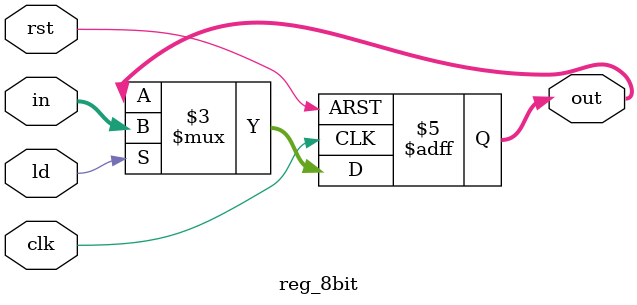
<source format=v>
module reg_8bit
(
    input clk,
    input rst,
    input ld,
    input[7:0] in,
    output reg[7:0] out
);
    always@ (posedge clk or posedge rst)
        begin
            if(rst)
	     	    out = 0;
            else if(ld)
                out = in;
            else
                out = out;
        end
endmodule
</source>
